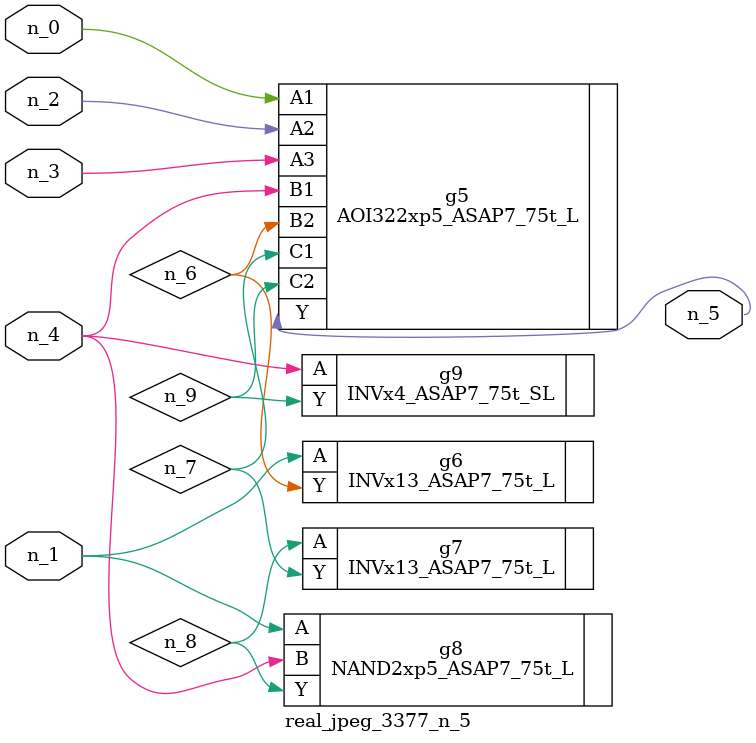
<source format=v>
module real_jpeg_3377_n_5 (n_4, n_0, n_1, n_2, n_3, n_5);

input n_4;
input n_0;
input n_1;
input n_2;
input n_3;

output n_5;

wire n_8;
wire n_6;
wire n_7;
wire n_9;

AOI322xp5_ASAP7_75t_L g5 ( 
.A1(n_0),
.A2(n_2),
.A3(n_3),
.B1(n_4),
.B2(n_6),
.C1(n_7),
.C2(n_9),
.Y(n_5)
);

INVx13_ASAP7_75t_L g6 ( 
.A(n_1),
.Y(n_6)
);

NAND2xp5_ASAP7_75t_L g8 ( 
.A(n_1),
.B(n_4),
.Y(n_8)
);

INVx4_ASAP7_75t_SL g9 ( 
.A(n_4),
.Y(n_9)
);

INVx13_ASAP7_75t_L g7 ( 
.A(n_8),
.Y(n_7)
);


endmodule
</source>
